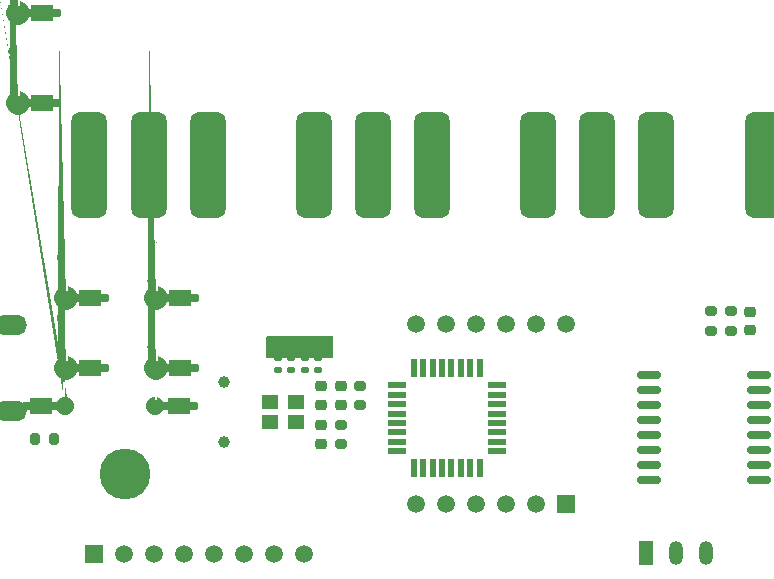
<source format=gbr>
%TF.GenerationSoftware,KiCad,Pcbnew,(6.0.0)*%
%TF.CreationDate,2023-02-05T23:26:26-08:00*%
%TF.ProjectId,digital_clock_v2,64696769-7461-46c5-9f63-6c6f636b5f76,rev?*%
%TF.SameCoordinates,Original*%
%TF.FileFunction,Soldermask,Top*%
%TF.FilePolarity,Negative*%
%FSLAX46Y46*%
G04 Gerber Fmt 4.6, Leading zero omitted, Abs format (unit mm)*
G04 Created by KiCad (PCBNEW (6.0.0)) date 2023-02-05 23:26:26*
%MOMM*%
%LPD*%
G01*
G04 APERTURE LIST*
G04 Aperture macros list*
%AMRoundRect*
0 Rectangle with rounded corners*
0 $1 Rounding radius*
0 $2 $3 $4 $5 $6 $7 $8 $9 X,Y pos of 4 corners*
0 Add a 4 corners polygon primitive as box body*
4,1,4,$2,$3,$4,$5,$6,$7,$8,$9,$2,$3,0*
0 Add four circle primitives for the rounded corners*
1,1,$1+$1,$2,$3*
1,1,$1+$1,$4,$5*
1,1,$1+$1,$6,$7*
1,1,$1+$1,$8,$9*
0 Add four rect primitives between the rounded corners*
20,1,$1+$1,$2,$3,$4,$5,0*
20,1,$1+$1,$4,$5,$6,$7,0*
20,1,$1+$1,$6,$7,$8,$9,0*
20,1,$1+$1,$8,$9,$2,$3,0*%
%AMFreePoly0*
4,1,54,0.201078,0.979575,0.387516,0.921863,0.559193,0.829038,0.709571,0.704634,0.832921,0.553392,0.924546,0.381070,0.947815,0.304000,1.093000,0.304000,1.093000,0.635000,1.107645,0.670355,1.143000,0.685000,2.921000,0.685000,2.956355,0.670355,2.971000,0.635000,2.971000,0.304000,3.556000,0.304000,3.591355,0.289355,3.606000,0.254000,3.606000,-0.254000,3.591355,-0.289355,
3.556000,-0.304000,2.971000,-0.304000,2.971000,-0.635000,2.956355,-0.670355,2.921000,-0.685000,1.143000,-0.685000,1.107645,-0.670355,1.093000,-0.635000,1.093000,-0.304000,0.947721,-0.304000,0.913545,-0.406737,0.817145,-0.576432,0.689620,-0.724172,0.535827,-0.844328,0.361625,-0.932324,0.173648,-0.984808,-0.020942,-0.999781,-0.214735,-0.976672,-0.400349,-0.916363,-0.570714,-0.821149,
-0.719340,-0.694658,-0.840567,-0.541708,-0.929776,-0.368125,-0.983571,-0.180519,-0.999903,0.013962,-0.978148,0.207912,-0.919135,0.393942,-0.825113,0.564967,-0.699663,0.714473,-0.547563,0.836764,-0.374607,0.927184,-0.187381,0.982287,0.006981,0.999976,0.201078,0.979575,0.201078,0.979575,$1*%
%AMFreePoly1*
4,1,51,0.174003,0.741867,0.334039,0.684881,0.477472,0.593856,0.597174,0.473315,0.687196,0.329249,0.743064,0.168820,0.762000,0.000000,0.761703,-0.021276,0.738060,-0.189502,0.677735,-0.348309,0.583726,-0.489804,0.460705,-0.606956,0.314786,-0.693941,0.153221,-0.746436,-0.015958,-0.761833,-0.184344,-0.739365,-0.343569,-0.680150,-0.485717,-0.587131,-0.603725,-0.464931,-0.691726,-0.319622,
-0.696923,-0.304000,-1.093000,-0.304000,-1.093000,-0.635000,-1.107645,-0.670355,-1.143000,-0.685000,-2.921000,-0.685000,-2.956355,-0.670355,-2.971000,-0.635000,-2.971000,-0.304000,-3.556000,-0.304000,-3.591355,-0.289355,-3.606000,-0.254000,-3.606000,0.254000,-3.591355,0.289355,-3.556000,0.304000,-2.971000,0.304000,-2.971000,0.635000,-2.956355,0.670355,-2.921000,0.685000,-1.143000,0.685000,
-1.107645,0.670355,-1.093000,0.635000,-1.093000,0.304000,-0.695203,0.304000,-0.682532,0.338812,-0.590508,0.481606,-0.469134,0.600464,-0.324444,0.689478,-0.163628,0.744224,0.005320,0.761981,0.174003,0.741867,0.174003,0.741867,$1*%
%AMFreePoly2*
4,1,50,0.174003,0.741867,0.334039,0.684881,0.477472,0.593856,0.597174,0.473315,0.687196,0.329249,0.695989,0.304000,1.093000,0.304000,1.093000,0.635000,1.107645,0.670355,1.143000,0.685000,2.921000,0.685000,2.956355,0.670355,2.971000,0.635000,2.971000,0.304000,3.556000,0.304000,3.591355,0.289355,3.606000,0.254000,3.606000,-0.254000,3.591355,-0.289355,3.556000,-0.304000,
2.971000,-0.304000,2.971000,-0.635000,2.956355,-0.670355,2.921000,-0.685000,1.143000,-0.685000,1.107645,-0.670355,1.093000,-0.635000,1.093000,-0.304000,0.694566,-0.304000,0.677735,-0.348309,0.583726,-0.489804,0.460705,-0.606956,0.314786,-0.693941,0.153221,-0.746436,-0.015958,-0.761833,-0.184344,-0.739365,-0.343569,-0.680150,-0.485717,-0.587131,-0.603725,-0.464931,-0.691726,-0.319622,
-0.745348,-0.158429,-0.761926,0.010639,-0.740634,0.179178,-0.682532,0.338812,-0.590508,0.481606,-0.469134,0.600464,-0.324444,0.689478,-0.163628,0.744224,0.005320,0.761981,0.174003,0.741867,0.174003,0.741867,$1*%
G04 Aperture macros list end*
%ADD10O,2.700000X1.700000*%
%ADD11RoundRect,0.200000X-0.275000X0.200000X-0.275000X-0.200000X0.275000X-0.200000X0.275000X0.200000X0*%
%ADD12RoundRect,0.135000X-0.185000X0.135000X-0.185000X-0.135000X0.185000X-0.135000X0.185000X0.135000X0*%
%ADD13R,2.032000X2.032000*%
%ADD14C,2.032000*%
%ADD15RoundRect,0.225000X0.250000X-0.225000X0.250000X0.225000X-0.250000X0.225000X-0.250000X-0.225000X0*%
%ADD16R,1.500000X1.500000*%
%ADD17C,1.500000*%
%ADD18RoundRect,0.750000X-0.750000X-3.750000X0.750000X-3.750000X0.750000X3.750000X-0.750000X3.750000X0*%
%ADD19RoundRect,0.150000X-0.875000X-0.150000X0.875000X-0.150000X0.875000X0.150000X-0.875000X0.150000X0*%
%ADD20R,1.200000X2.000000*%
%ADD21O,1.200000X2.000000*%
%ADD22C,4.300000*%
%ADD23RoundRect,0.200000X-0.200000X-0.275000X0.200000X-0.275000X0.200000X0.275000X-0.200000X0.275000X0*%
%ADD24FreePoly0,0.000000*%
%ADD25FreePoly0,180.000000*%
%ADD26RoundRect,0.225000X-0.250000X0.225000X-0.250000X-0.225000X0.250000X-0.225000X0.250000X0.225000X0*%
%ADD27R,1.400000X1.200000*%
%ADD28FreePoly1,180.000000*%
%ADD29FreePoly2,180.000000*%
%ADD30C,1.000000*%
%ADD31R,1.600000X0.550000*%
%ADD32R,0.550000X1.600000*%
%ADD33FreePoly0,90.000000*%
%ADD34FreePoly0,270.000000*%
G04 APERTURE END LIST*
D10*
%TO.C,J1*%
X91650000Y-23150000D03*
X87139280Y-15850000D03*
X87139280Y-23150000D03*
X91650000Y-15850000D03*
%TD*%
D11*
%TO.C,R4*%
X67310000Y-39175000D03*
X67310000Y-40825000D03*
%TD*%
D12*
%TO.C,R9*%
X30099000Y-43163000D03*
X30099000Y-44183000D03*
%TD*%
D13*
%TO.C,BZ1*%
X86000000Y-39190000D03*
D14*
X86000000Y-46810000D03*
%TD*%
D15*
%TO.C,C7*%
X32639000Y-50404000D03*
X32639000Y-48854000D03*
%TD*%
D16*
%TO.C,T2*%
X13360000Y-59750000D03*
D17*
X15900000Y-59750000D03*
X18440000Y-59750000D03*
X20980000Y-59750000D03*
X23520000Y-59750000D03*
X26060000Y-59750000D03*
X28600000Y-59750000D03*
X31140000Y-59750000D03*
%TD*%
D18*
%TO.C,S8*%
X80000000Y-26845000D03*
X75000000Y-26845000D03*
X70000000Y-26845000D03*
%TD*%
D19*
%TO.C,U1*%
X60350000Y-44555000D03*
X60350000Y-45825000D03*
X60350000Y-47095000D03*
X60350000Y-48365000D03*
X60350000Y-49635000D03*
X60350000Y-50905000D03*
X60350000Y-52175000D03*
X60350000Y-53445000D03*
X69650000Y-53445000D03*
X69650000Y-52175000D03*
X69650000Y-50905000D03*
X69650000Y-49635000D03*
X69650000Y-48365000D03*
X69650000Y-47095000D03*
X69650000Y-45825000D03*
X69650000Y-44555000D03*
%TD*%
D10*
%TO.C,J2*%
X6360720Y-47650000D03*
X1850000Y-40350000D03*
X6360720Y-40350000D03*
X1850000Y-47650000D03*
%TD*%
D11*
%TO.C,R5*%
X35941000Y-45502000D03*
X35941000Y-47152000D03*
%TD*%
D20*
%TO.C,T3*%
X89154000Y-25781000D03*
D21*
X86614000Y-25781000D03*
X84074000Y-25781000D03*
%TD*%
D22*
%TO.C,H1*%
X16000000Y-53000000D03*
%TD*%
D15*
%TO.C,C6*%
X32639000Y-47102000D03*
X32639000Y-45552000D03*
%TD*%
D23*
%TO.C,R1*%
X8350000Y-50000000D03*
X10000000Y-50000000D03*
%TD*%
D22*
%TO.C,H3*%
X78000000Y-53000000D03*
%TD*%
D12*
%TO.C,R8*%
X31242000Y-43163000D03*
X31242000Y-44183000D03*
%TD*%
D18*
%TO.C,S5*%
X23000000Y-26845000D03*
X18000000Y-26845000D03*
X13000000Y-26845000D03*
%TD*%
D12*
%TO.C,R7*%
X32385000Y-43163000D03*
X32385000Y-44183000D03*
%TD*%
D11*
%TO.C,R2*%
X34290000Y-48804000D03*
X34290000Y-50454000D03*
%TD*%
D24*
%TO.C,C3*%
X11000000Y-38100000D03*
D25*
X18620000Y-38100000D03*
%TD*%
D18*
%TO.C,S7*%
X51000000Y-26845000D03*
X56000000Y-26845000D03*
X61000000Y-26845000D03*
%TD*%
D26*
%TO.C,C5*%
X34290000Y-45552000D03*
X34290000Y-47102000D03*
%TD*%
D27*
%TO.C,Y1*%
X28307200Y-48546000D03*
X30507200Y-48546000D03*
X30507200Y-46846000D03*
X28307200Y-46846000D03*
%TD*%
D25*
%TO.C,C4*%
X18620000Y-44000000D03*
D24*
X11000000Y-44000000D03*
%TD*%
D28*
%TO.C,D1*%
X10922400Y-47175000D03*
D29*
X18542400Y-47175000D03*
%TD*%
D11*
%TO.C,R3*%
X65659000Y-39175000D03*
X65659000Y-40825000D03*
%TD*%
D18*
%TO.C,S6*%
X32000000Y-26845000D03*
X37000000Y-26845000D03*
X42000000Y-26845000D03*
%TD*%
D30*
%TO.C,Y2*%
X24407200Y-45156000D03*
X24407200Y-50236000D03*
%TD*%
D31*
%TO.C,U4*%
X39000000Y-45450000D03*
X39000000Y-46250000D03*
X39000000Y-47050000D03*
X39000000Y-47850000D03*
X39000000Y-48650000D03*
X39000000Y-49450000D03*
X39000000Y-50250000D03*
X39000000Y-51050000D03*
D32*
X40450000Y-52500000D03*
X41250000Y-52500000D03*
X42050000Y-52500000D03*
X42850000Y-52500000D03*
X43650000Y-52500000D03*
X44450000Y-52500000D03*
X45250000Y-52500000D03*
X46050000Y-52500000D03*
D31*
X47500000Y-51050000D03*
X47500000Y-50250000D03*
X47500000Y-49450000D03*
X47500000Y-48650000D03*
X47500000Y-47850000D03*
X47500000Y-47050000D03*
X47500000Y-46250000D03*
X47500000Y-45450000D03*
D32*
X46050000Y-44000000D03*
X45250000Y-44000000D03*
X44450000Y-44000000D03*
X43650000Y-44000000D03*
X42850000Y-44000000D03*
X42050000Y-44000000D03*
X41250000Y-44000000D03*
X40450000Y-44000000D03*
%TD*%
D15*
%TO.C,C1*%
X68961000Y-40775000D03*
X68961000Y-39225000D03*
%TD*%
D12*
%TO.C,R6*%
X28956000Y-43163000D03*
X28956000Y-44183000D03*
%TD*%
D20*
%TO.C,T1*%
X60097500Y-59690000D03*
D21*
X62637500Y-59690000D03*
X65177500Y-59690000D03*
%TD*%
D33*
%TO.C,C2*%
X6985000Y-21590000D03*
D34*
X6985000Y-13970000D03*
%TD*%
D16*
%TO.C,U3*%
X53350000Y-55477500D03*
D17*
X50810000Y-55477500D03*
X48270000Y-55477500D03*
X45730000Y-55477500D03*
X43190000Y-55477500D03*
X40650000Y-55477500D03*
X40650000Y-40237500D03*
X43190000Y-40237500D03*
X45730000Y-40237500D03*
X48270000Y-40237500D03*
X50810000Y-40237500D03*
X53350000Y-40237500D03*
%TD*%
G36*
X33597121Y-41295002D02*
G01*
X33643614Y-41348658D01*
X33655000Y-41401000D01*
X33655000Y-43054000D01*
X33634998Y-43122121D01*
X33581342Y-43168614D01*
X33529000Y-43180000D01*
X28066000Y-43180000D01*
X27997879Y-43159998D01*
X27951386Y-43106342D01*
X27940000Y-43054000D01*
X27940000Y-41401000D01*
X27960002Y-41332879D01*
X28013658Y-41286386D01*
X28066000Y-41275000D01*
X33529000Y-41275000D01*
X33597121Y-41295002D01*
G37*
M02*

</source>
